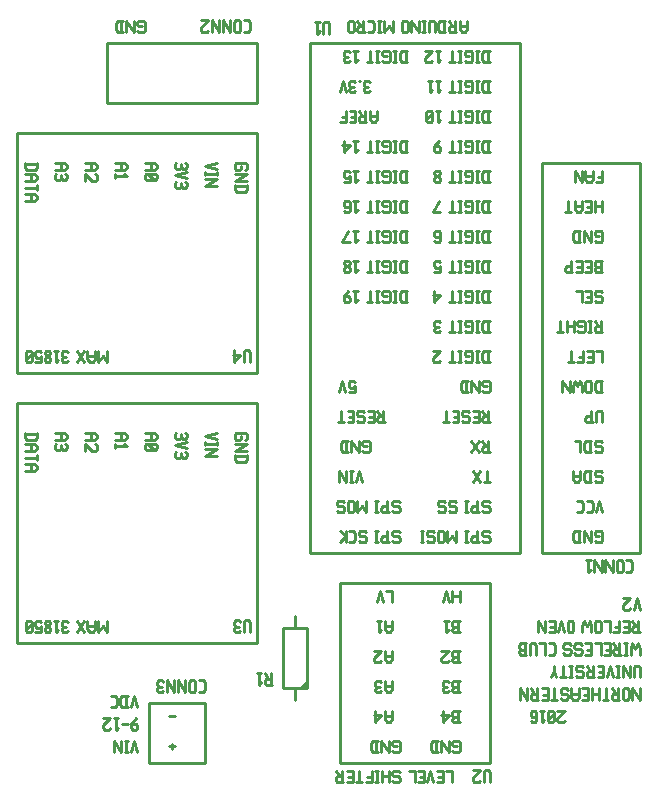
<source format=gbr>
G04 start of page 7 for group -4079 idx -4079 *
G04 Title: Wireless Club Reflow Oven, topsilk *
G04 Creator: pcb 20140316 *
G04 CreationDate: Mon 24 Oct 2016 07:50:18 PM GMT UTC *
G04 For: kevin *
G04 Format: Gerber/RS-274X *
G04 PCB-Dimensions (mil): 2250.00 2650.00 *
G04 PCB-Coordinate-Origin: lower left *
%MOIN*%
%FSLAX25Y25*%
%LNTOPSILK*%
%ADD45C,0.0100*%
G54D45*X133040Y13480D02*X132550Y13970D01*
X133040Y13480D02*X134510D01*
X135000Y13970D02*X134510Y13480D01*
X135000Y16910D02*Y13970D01*
Y16910D02*X134510Y17400D01*
X133040D02*X134510D01*
X133040D02*X132550Y16910D01*
Y15930D01*
X133040Y15440D02*X132550Y15930D01*
X133040Y15440D02*X134020D01*
X131374Y17400D02*Y13480D01*
X128924Y17400D01*
Y13480D01*
X127258Y17400D02*Y13480D01*
X125984D02*X125298Y14166D01*
Y16714D02*Y14166D01*
X125984Y17400D02*X125298Y16714D01*
X125984Y17400D02*X127748D01*
X125984Y13480D02*X127748D01*
X153040D02*X152550Y13970D01*
X153040Y13480D02*X154510D01*
X155000Y13970D02*X154510Y13480D01*
X155000Y16910D02*Y13970D01*
Y16910D02*X154510Y17400D01*
X153040D02*X154510D01*
X153040D02*X152550Y16910D01*
Y15930D01*
X153040Y15440D02*X152550Y15930D01*
X153040Y15440D02*X154020D01*
X151374Y17400D02*Y13480D01*
X148924Y17400D01*
Y13480D01*
X147258Y17400D02*Y13480D01*
X145984D02*X145298Y14166D01*
Y16714D02*Y14166D01*
X145984Y17400D02*X145298Y16714D01*
X145984Y17400D02*X147748D01*
X145984Y13480D02*X147748D01*
X152500Y7400D02*Y3480D01*
X150540Y7400D02*X152500D01*
X147894Y5244D02*X149364D01*
X147404Y7400D02*X149364D01*
Y3480D01*
X147404D02*X149364D01*
X146228D02*X145248Y7400D01*
X144268Y3480D01*
X141622Y5244D02*X143092D01*
X141132Y7400D02*X143092D01*
Y3480D01*
X141132D02*X143092D01*
X139956Y7400D02*Y3480D01*
X137996Y7400D02*X139956D01*
X133096Y3480D02*X132606Y3970D01*
X133096Y3480D02*X134566D01*
X135056Y3970D02*X134566Y3480D01*
X135056Y4950D02*Y3970D01*
Y4950D02*X134566Y5440D01*
X133096D02*X134566D01*
X133096D02*X132606Y5930D01*
Y6910D02*Y5930D01*
X133096Y7400D02*X132606Y6910D01*
X133096Y7400D02*X134566D01*
X135056Y6910D02*X134566Y7400D01*
X131430D02*Y3480D01*
X128980Y7400D02*Y3480D01*
Y5440D02*X131430D01*
X126824Y3480D02*X127804D01*
X127314Y7400D02*Y3480D01*
X126824Y7400D02*X127804D01*
X125648D02*Y3480D01*
X123688D02*X125648D01*
X124178Y5244D02*X125648D01*
X120552Y3480D02*X122512D01*
X121532Y7400D02*Y3480D01*
X117906Y5244D02*X119376D01*
X117416Y7400D02*X119376D01*
Y3480D01*
X117416D02*X119376D01*
X114280D02*X116240D01*
X114280D02*X113790Y3970D01*
Y4950D02*Y3970D01*
X114280Y5440D02*X113790Y4950D01*
X114280Y5440D02*X115750D01*
Y7400D02*Y3480D01*
X114966Y5440D02*X113790Y7400D01*
X132500Y47400D02*Y44460D01*
X131814Y43480D01*
X130736D02*X131814D01*
X130736D02*X130050Y44460D01*
Y47400D02*Y44460D01*
Y45440D02*X132500D01*
X128874Y43970D02*X128384Y43480D01*
X126914D02*X128384D01*
X126914D02*X126424Y43970D01*
Y44950D02*Y43970D01*
X128874Y47400D02*X126424Y44950D01*
Y47400D02*X128874D01*
X153040D02*X155000D01*
X153040D02*X152550Y46910D01*
Y45734D01*
X153040Y45244D02*X152550Y45734D01*
X153040Y45244D02*X154510D01*
Y47400D02*Y43480D01*
X153040D02*X155000D01*
X153040D02*X152550Y43970D01*
Y44754D02*Y43970D01*
X153040Y45244D02*X152550Y44754D01*
X151374Y43970D02*X150884Y43480D01*
X149414D02*X150884D01*
X149414D02*X148924Y43970D01*
Y44950D02*Y43970D01*
X151374Y47400D02*X148924Y44950D01*
Y47400D02*X151374D01*
X215000Y47940D02*Y45980D01*
Y47940D02*X214510Y49900D01*
X213530Y47940D01*
X212550Y49900D01*
X212060Y47940D01*
Y45980D01*
X209904D02*X210884D01*
X210394Y49900D02*Y45980D01*
X209904Y49900D02*X210884D01*
X206768Y45980D02*X208728D01*
X206768D02*X206278Y46470D01*
Y47450D02*Y46470D01*
X206768Y47940D02*X206278Y47450D01*
X206768Y47940D02*X208238D01*
Y49900D02*Y45980D01*
X207454Y47940D02*X206278Y49900D01*
X203632Y47744D02*X205102D01*
X203142Y49900D02*X205102D01*
Y45980D01*
X203142D02*X205102D01*
X201966Y49900D02*Y45980D01*
X200006Y49900D02*X201966D01*
X197360Y47744D02*X198830D01*
X196870Y49900D02*X198830D01*
Y45980D01*
X196870D02*X198830D01*
X193734D02*X193244Y46470D01*
X193734Y45980D02*X195204D01*
X195694Y46470D02*X195204Y45980D01*
X195694Y47450D02*Y46470D01*
Y47450D02*X195204Y47940D01*
X193734D02*X195204D01*
X193734D02*X193244Y48430D01*
Y49410D02*Y48430D01*
X193734Y49900D02*X193244Y49410D01*
X193734Y49900D02*X195204D01*
X195694Y49410D02*X195204Y49900D01*
X190108Y45980D02*X189618Y46470D01*
X190108Y45980D02*X191578D01*
X192068Y46470D02*X191578Y45980D01*
X192068Y47450D02*Y46470D01*
Y47450D02*X191578Y47940D01*
X190108D02*X191578D01*
X190108D02*X189618Y48430D01*
Y49410D02*Y48430D01*
X190108Y49900D02*X189618Y49410D01*
X190108Y49900D02*X191578D01*
X192068Y49410D02*X191578Y49900D01*
X184718D02*X185992D01*
X186678Y49214D02*X185992Y49900D01*
X186678Y49214D02*Y46666D01*
X185992Y45980D01*
X184718D02*X185992D01*
X183542Y49900D02*Y45980D01*
X181582Y49900D02*X183542D01*
X180406Y49410D02*Y45980D01*
Y49410D02*X179916Y49900D01*
X178936D02*X179916D01*
X178936D02*X178446Y49410D01*
Y45980D01*
X175310Y49900D02*X177270D01*
X175310D02*X174820Y49410D01*
Y48234D01*
X175310Y47744D02*X174820Y48234D01*
X175310Y47744D02*X176780D01*
Y49900D02*Y45980D01*
X175310D02*X177270D01*
X175310D02*X174820Y46470D01*
Y47254D02*Y46470D01*
X175310Y47744D02*X174820Y47254D01*
X132500Y57400D02*Y54460D01*
X131814Y53480D01*
X130736D02*X131814D01*
X130736D02*X130050Y54460D01*
Y57400D02*Y54460D01*
Y55440D02*X132500D01*
X128874Y54264D02*X128090Y53480D01*
Y57400D02*Y53480D01*
X127404Y57400D02*X128874D01*
X153040D02*X155000D01*
X153040D02*X152550Y56910D01*
Y55734D01*
X153040Y55244D02*X152550Y55734D01*
X153040Y55244D02*X154510D01*
Y57400D02*Y53480D01*
X153040D02*X155000D01*
X153040D02*X152550Y53970D01*
Y54754D02*Y53970D01*
X153040Y55244D02*X152550Y54754D01*
X151374Y54264D02*X150590Y53480D01*
Y57400D02*Y53480D01*
X149904Y57400D02*X151374D01*
X213040Y53480D02*X215000D01*
X213040D02*X212550Y53970D01*
Y54950D02*Y53970D01*
X213040Y55440D02*X212550Y54950D01*
X213040Y55440D02*X214510D01*
Y57400D02*Y53480D01*
X213726Y55440D02*X212550Y57400D01*
X209904Y55244D02*X211374D01*
X209414Y57400D02*X211374D01*
Y53480D01*
X209414D02*X211374D01*
X208238Y57400D02*Y53480D01*
X206278D02*X208238D01*
X206768Y55244D02*X208238D01*
X205102Y57400D02*Y53480D01*
X203142Y57400D02*X205102D01*
X201966Y56910D02*Y53970D01*
X201476Y53480D01*
X200496D02*X201476D01*
X200496D02*X200006Y53970D01*
Y56910D02*Y53970D01*
X200496Y57400D02*X200006Y56910D01*
X200496Y57400D02*X201476D01*
X201966Y56910D02*X201476Y57400D01*
X198830Y55440D02*Y53480D01*
Y55440D02*X198340Y57400D01*
X197360Y55440D01*
X196380Y57400D01*
X195890Y55440D01*
Y53480D01*
X192950Y56910D02*Y53970D01*
X192460Y53480D01*
X191480D02*X192460D01*
X191480D02*X190990Y53970D01*
Y56910D02*Y53970D01*
X191480Y57400D02*X190990Y56910D01*
X191480Y57400D02*X192460D01*
X192950Y56910D02*X192460Y57400D01*
X189814Y53480D02*X188834Y57400D01*
X187854Y53480D01*
X185208Y55244D02*X186678D01*
X184718Y57400D02*X186678D01*
Y53480D01*
X184718D02*X186678D01*
X183542Y57400D02*Y53480D01*
X181092Y57400D01*
Y53480D01*
X132500Y67400D02*Y63480D01*
X130540Y67400D02*X132500D01*
X129364Y63480D02*X128384Y67400D01*
X127404Y63480D01*
X155000Y67400D02*Y63480D01*
X152550Y67400D02*Y63480D01*
Y65440D02*X155000D01*
X151374Y63480D02*X150394Y67400D01*
X149414Y63480D01*
X215000Y60980D02*X214020Y64900D01*
X213040Y60980D01*
X211864Y61470D02*X211374Y60980D01*
X209904D02*X211374D01*
X209904D02*X209414Y61470D01*
Y62450D02*Y61470D01*
X211864Y64900D02*X209414Y62450D01*
Y64900D02*X211864D01*
X132500Y37400D02*Y34460D01*
X131814Y33480D01*
X130736D02*X131814D01*
X130736D02*X130050Y34460D01*
Y37400D02*Y34460D01*
Y35440D02*X132500D01*
X128874Y33970D02*X128384Y33480D01*
X127404D02*X128384D01*
X127404D02*X126914Y33970D01*
X127404Y37400D02*X126914Y36910D01*
X127404Y37400D02*X128384D01*
X128874Y36910D02*X128384Y37400D01*
X127404Y35244D02*X128384D01*
X126914Y34754D02*Y33970D01*
Y36910D02*Y35734D01*
X127404Y35244D01*
X126914Y34754D02*X127404Y35244D01*
X153040Y37400D02*X155000D01*
X153040D02*X152550Y36910D01*
Y35734D01*
X153040Y35244D02*X152550Y35734D01*
X153040Y35244D02*X154510D01*
Y37400D02*Y33480D01*
X153040D02*X155000D01*
X153040D02*X152550Y33970D01*
Y34754D02*Y33970D01*
X153040Y35244D02*X152550Y34754D01*
X151374Y33970D02*X150884Y33480D01*
X149904D02*X150884D01*
X149904D02*X149414Y33970D01*
X149904Y37400D02*X149414Y36910D01*
X149904Y37400D02*X150884D01*
X151374Y36910D02*X150884Y37400D01*
X149904Y35244D02*X150884D01*
X149414Y34754D02*Y33970D01*
Y36910D02*Y35734D01*
X149904Y35244D01*
X149414Y34754D02*X149904Y35244D01*
X215000Y34900D02*Y30980D01*
X212550Y34900D01*
Y30980D01*
X211374Y34410D02*Y31470D01*
X210884Y30980D01*
X209904D02*X210884D01*
X209904D02*X209414Y31470D01*
Y34410D02*Y31470D01*
X209904Y34900D02*X209414Y34410D01*
X209904Y34900D02*X210884D01*
X211374Y34410D02*X210884Y34900D01*
X206278Y30980D02*X208238D01*
X206278D02*X205788Y31470D01*
Y32450D02*Y31470D01*
X206278Y32940D02*X205788Y32450D01*
X206278Y32940D02*X207748D01*
Y34900D02*Y30980D01*
X206964Y32940D02*X205788Y34900D01*
X202652Y30980D02*X204612D01*
X203632Y34900D02*Y30980D01*
X201476Y34900D02*Y30980D01*
X199026Y34900D02*Y30980D01*
Y32940D02*X201476D01*
X196380Y32744D02*X197850D01*
X195890Y34900D02*X197850D01*
Y30980D01*
X195890D02*X197850D01*
X194714Y34900D02*Y31960D01*
X194028Y30980D01*
X192950D02*X194028D01*
X192950D02*X192264Y31960D01*
Y34900D02*Y31960D01*
Y32940D02*X194714D01*
X189128Y30980D02*X188638Y31470D01*
X189128Y30980D02*X190598D01*
X191088Y31470D02*X190598Y30980D01*
X191088Y32450D02*Y31470D01*
Y32450D02*X190598Y32940D01*
X189128D02*X190598D01*
X189128D02*X188638Y33430D01*
Y34410D02*Y33430D01*
X189128Y34900D02*X188638Y34410D01*
X189128Y34900D02*X190598D01*
X191088Y34410D02*X190598Y34900D01*
X185502Y30980D02*X187462D01*
X186482Y34900D02*Y30980D01*
X182856Y32744D02*X184326D01*
X182366Y34900D02*X184326D01*
Y30980D01*
X182366D02*X184326D01*
X179230D02*X181190D01*
X179230D02*X178740Y31470D01*
Y32450D02*Y31470D01*
X179230Y32940D02*X178740Y32450D01*
X179230Y32940D02*X180700D01*
Y34900D02*Y30980D01*
X179916Y32940D02*X178740Y34900D01*
X177564D02*Y30980D01*
X175114Y34900D01*
Y30980D01*
X215000Y41910D02*Y38480D01*
Y41910D02*X214510Y42400D01*
X213530D02*X214510D01*
X213530D02*X213040Y41910D01*
Y38480D01*
X211864Y42400D02*Y38480D01*
X209414Y42400D01*
Y38480D01*
X207258D02*X208238D01*
X207748Y42400D02*Y38480D01*
X207258Y42400D02*X208238D01*
X206082Y38480D02*X205102Y42400D01*
X204122Y38480D01*
X201476Y40244D02*X202946D01*
X200986Y42400D02*X202946D01*
Y38480D01*
X200986D02*X202946D01*
X197850D02*X199810D01*
X197850D02*X197360Y38970D01*
Y39950D02*Y38970D01*
X197850Y40440D02*X197360Y39950D01*
X197850Y40440D02*X199320D01*
Y42400D02*Y38480D01*
X198536Y40440D02*X197360Y42400D01*
X194224Y38480D02*X193734Y38970D01*
X194224Y38480D02*X195694D01*
X196184Y38970D02*X195694Y38480D01*
X196184Y39950D02*Y38970D01*
Y39950D02*X195694Y40440D01*
X194224D02*X195694D01*
X194224D02*X193734Y40930D01*
Y41910D02*Y40930D01*
X194224Y42400D02*X193734Y41910D01*
X194224Y42400D02*X195694D01*
X196184Y41910D02*X195694Y42400D01*
X191578Y38480D02*X192558D01*
X192068Y42400D02*Y38480D01*
X191578Y42400D02*X192558D01*
X188442Y38480D02*X190402D01*
X189422Y42400D02*Y38480D01*
X187266D02*X186286Y40440D01*
X185306Y38480D01*
X186286Y42400D02*Y40440D01*
X132500Y27400D02*Y24460D01*
X131814Y23480D01*
X130736D02*X131814D01*
X130736D02*X130050Y24460D01*
Y27400D02*Y24460D01*
Y25440D02*X132500D01*
X128874Y25930D02*X126914Y23480D01*
X126424Y25930D02*X128874D01*
X126914Y27400D02*Y23480D01*
X153040Y27400D02*X155000D01*
X153040D02*X152550Y26910D01*
Y25734D01*
X153040Y25244D02*X152550Y25734D01*
X153040Y25244D02*X154510D01*
Y27400D02*Y23480D01*
X153040D02*X155000D01*
X153040D02*X152550Y23970D01*
Y24754D02*Y23970D01*
X153040Y25244D02*X152550Y24754D01*
X151374Y25930D02*X149414Y23480D01*
X148924Y25930D02*X151374D01*
X149414Y27400D02*Y23480D01*
X190000Y23970D02*X189510Y23480D01*
X188040D02*X189510D01*
X188040D02*X187550Y23970D01*
Y24950D02*Y23970D01*
X190000Y27400D02*X187550Y24950D01*
Y27400D02*X190000D01*
X186374Y26910D02*X185884Y27400D01*
X186374Y26910D02*Y23970D01*
X185884Y23480D01*
X184904D02*X185884D01*
X184904D02*X184414Y23970D01*
Y26910D02*Y23970D01*
X184904Y27400D02*X184414Y26910D01*
X184904Y27400D02*X185884D01*
X186374Y26420D02*X184414Y24460D01*
X183238Y24264D02*X182454Y23480D01*
Y27400D02*Y23480D01*
X181768Y27400D02*X183238D01*
X179122Y23480D02*X178632Y23970D01*
X179122Y23480D02*X180102D01*
X180592Y23970D02*X180102Y23480D01*
X180592Y26910D02*Y23970D01*
Y26910D02*X180102Y27400D01*
X179122Y25244D02*X178632Y25734D01*
X179122Y25244D02*X180592D01*
X179122Y27400D02*X180102D01*
X179122D02*X178632Y26910D01*
Y25734D01*
X127500Y227400D02*Y224460D01*
X126814Y223480D01*
X125736D02*X126814D01*
X125736D02*X125050Y224460D01*
Y227400D02*Y224460D01*
Y225440D02*X127500D01*
X121914Y223480D02*X123874D01*
X121914D02*X121424Y223970D01*
Y224950D02*Y223970D01*
X121914Y225440D02*X121424Y224950D01*
X121914Y225440D02*X123384D01*
Y227400D02*Y223480D01*
X122600Y225440D02*X121424Y227400D01*
X118778Y225244D02*X120248D01*
X118288Y227400D02*X120248D01*
Y223480D01*
X118288D02*X120248D01*
X117112Y227400D02*Y223480D01*
X115152D02*X117112D01*
X115642Y225244D02*X117112D01*
X137010Y187400D02*Y183480D01*
X135736D02*X135050Y184166D01*
Y186714D02*Y184166D01*
X135736Y187400D02*X135050Y186714D01*
X135736Y187400D02*X137500D01*
X135736Y183480D02*X137500D01*
X132894D02*X133874D01*
X133384Y187400D02*Y183480D01*
X132894Y187400D02*X133874D01*
X129758Y183480D02*X129268Y183970D01*
X129758Y183480D02*X131228D01*
X131718Y183970D02*X131228Y183480D01*
X131718Y186910D02*Y183970D01*
Y186910D02*X131228Y187400D01*
X129758D02*X131228D01*
X129758D02*X129268Y186910D01*
Y185930D01*
X129758Y185440D02*X129268Y185930D01*
X129758Y185440D02*X130738D01*
X127112Y183480D02*X128092D01*
X127602Y187400D02*Y183480D01*
X127112Y187400D02*X128092D01*
X123976Y183480D02*X125936D01*
X124956Y187400D02*Y183480D01*
X121036Y184264D02*X120252Y183480D01*
Y187400D02*Y183480D01*
X119566Y187400D02*X121036D01*
X117900D02*X115940Y183480D01*
X118390D01*
X164510Y187400D02*Y183480D01*
X163236D02*X162550Y184166D01*
Y186714D02*Y184166D01*
X163236Y187400D02*X162550Y186714D01*
X163236Y187400D02*X165000D01*
X163236Y183480D02*X165000D01*
X160394D02*X161374D01*
X160884Y187400D02*Y183480D01*
X160394Y187400D02*X161374D01*
X157258Y183480D02*X156768Y183970D01*
X157258Y183480D02*X158728D01*
X159218Y183970D02*X158728Y183480D01*
X159218Y186910D02*Y183970D01*
Y186910D02*X158728Y187400D01*
X157258D02*X158728D01*
X157258D02*X156768Y186910D01*
Y185930D01*
X157258Y185440D02*X156768Y185930D01*
X157258Y185440D02*X158238D01*
X154612Y183480D02*X155592D01*
X155102Y187400D02*Y183480D01*
X154612Y187400D02*X155592D01*
X151476Y183480D02*X153436D01*
X152456Y187400D02*Y183480D01*
X147066D02*X146576Y183970D01*
X147066Y183480D02*X148046D01*
X148536Y183970D02*X148046Y183480D01*
X148536Y186910D02*Y183970D01*
Y186910D02*X148046Y187400D01*
X147066Y185244D02*X146576Y185734D01*
X147066Y185244D02*X148536D01*
X147066Y187400D02*X148046D01*
X147066D02*X146576Y186910D01*
Y185734D01*
X164510Y147400D02*Y143480D01*
X163236D02*X162550Y144166D01*
Y146714D02*Y144166D01*
X163236Y147400D02*X162550Y146714D01*
X163236Y147400D02*X165000D01*
X163236Y143480D02*X165000D01*
X160394D02*X161374D01*
X160884Y147400D02*Y143480D01*
X160394Y147400D02*X161374D01*
X157258Y143480D02*X156768Y143970D01*
X157258Y143480D02*X158728D01*
X159218Y143970D02*X158728Y143480D01*
X159218Y146910D02*Y143970D01*
Y146910D02*X158728Y147400D01*
X157258D02*X158728D01*
X157258D02*X156768Y146910D01*
Y145930D01*
X157258Y145440D02*X156768Y145930D01*
X157258Y145440D02*X158238D01*
X154612Y143480D02*X155592D01*
X155102Y147400D02*Y143480D01*
X154612Y147400D02*X155592D01*
X151476Y143480D02*X153436D01*
X152456Y147400D02*Y143480D01*
X148536Y143970D02*X148046Y143480D01*
X146576D02*X148046D01*
X146576D02*X146086Y143970D01*
Y144950D02*Y143970D01*
X148536Y147400D02*X146086Y144950D01*
Y147400D02*X148536D01*
X164510Y157400D02*Y153480D01*
X163236D02*X162550Y154166D01*
Y156714D02*Y154166D01*
X163236Y157400D02*X162550Y156714D01*
X163236Y157400D02*X165000D01*
X163236Y153480D02*X165000D01*
X160394D02*X161374D01*
X160884Y157400D02*Y153480D01*
X160394Y157400D02*X161374D01*
X157258Y153480D02*X156768Y153970D01*
X157258Y153480D02*X158728D01*
X159218Y153970D02*X158728Y153480D01*
X159218Y156910D02*Y153970D01*
Y156910D02*X158728Y157400D01*
X157258D02*X158728D01*
X157258D02*X156768Y156910D01*
Y155930D01*
X157258Y155440D02*X156768Y155930D01*
X157258Y155440D02*X158238D01*
X154612Y153480D02*X155592D01*
X155102Y157400D02*Y153480D01*
X154612Y157400D02*X155592D01*
X151476Y153480D02*X153436D01*
X152456Y157400D02*Y153480D01*
X148536Y153970D02*X148046Y153480D01*
X147066D02*X148046D01*
X147066D02*X146576Y153970D01*
X147066Y157400D02*X146576Y156910D01*
X147066Y157400D02*X148046D01*
X148536Y156910D02*X148046Y157400D01*
X147066Y155244D02*X148046D01*
X146576Y154754D02*Y153970D01*
Y156910D02*Y155734D01*
X147066Y155244D01*
X146576Y154754D02*X147066Y155244D01*
X163040Y133480D02*X162550Y133970D01*
X163040Y133480D02*X164510D01*
X165000Y133970D02*X164510Y133480D01*
X165000Y136910D02*Y133970D01*
Y136910D02*X164510Y137400D01*
X163040D02*X164510D01*
X163040D02*X162550Y136910D01*
Y135930D01*
X163040Y135440D02*X162550Y135930D01*
X163040Y135440D02*X164020D01*
X161374Y137400D02*Y133480D01*
X158924Y137400D01*
Y133480D01*
X157258Y137400D02*Y133480D01*
X155984D02*X155298Y134166D01*
Y136714D02*Y134166D01*
X155984Y137400D02*X155298Y136714D01*
X155984Y137400D02*X157748D01*
X155984Y133480D02*X157748D01*
X137010Y197400D02*Y193480D01*
X135736D02*X135050Y194166D01*
Y196714D02*Y194166D01*
X135736Y197400D02*X135050Y196714D01*
X135736Y197400D02*X137500D01*
X135736Y193480D02*X137500D01*
X132894D02*X133874D01*
X133384Y197400D02*Y193480D01*
X132894Y197400D02*X133874D01*
X129758Y193480D02*X129268Y193970D01*
X129758Y193480D02*X131228D01*
X131718Y193970D02*X131228Y193480D01*
X131718Y196910D02*Y193970D01*
Y196910D02*X131228Y197400D01*
X129758D02*X131228D01*
X129758D02*X129268Y196910D01*
Y195930D01*
X129758Y195440D02*X129268Y195930D01*
X129758Y195440D02*X130738D01*
X127112Y193480D02*X128092D01*
X127602Y197400D02*Y193480D01*
X127112Y197400D02*X128092D01*
X123976Y193480D02*X125936D01*
X124956Y197400D02*Y193480D01*
X121036Y194264D02*X120252Y193480D01*
Y197400D02*Y193480D01*
X119566Y197400D02*X121036D01*
X116920Y193480D02*X116430Y193970D01*
X116920Y193480D02*X117900D01*
X118390Y193970D02*X117900Y193480D01*
X118390Y196910D02*Y193970D01*
Y196910D02*X117900Y197400D01*
X116920Y195244D02*X116430Y195734D01*
X116920Y195244D02*X118390D01*
X116920Y197400D02*X117900D01*
X116920D02*X116430Y196910D01*
Y195734D01*
X137010Y167400D02*Y163480D01*
X135736D02*X135050Y164166D01*
Y166714D02*Y164166D01*
X135736Y167400D02*X135050Y166714D01*
X135736Y167400D02*X137500D01*
X135736Y163480D02*X137500D01*
X132894D02*X133874D01*
X133384Y167400D02*Y163480D01*
X132894Y167400D02*X133874D01*
X129758Y163480D02*X129268Y163970D01*
X129758Y163480D02*X131228D01*
X131718Y163970D02*X131228Y163480D01*
X131718Y166910D02*Y163970D01*
Y166910D02*X131228Y167400D01*
X129758D02*X131228D01*
X129758D02*X129268Y166910D01*
Y165930D01*
X129758Y165440D02*X129268Y165930D01*
X129758Y165440D02*X130738D01*
X127112Y163480D02*X128092D01*
X127602Y167400D02*Y163480D01*
X127112Y167400D02*X128092D01*
X123976Y163480D02*X125936D01*
X124956Y167400D02*Y163480D01*
X121036Y164264D02*X120252Y163480D01*
Y167400D02*Y163480D01*
X119566Y167400D02*X121036D01*
X117900D02*X116430Y165440D01*
Y163970D01*
X116920Y163480D02*X116430Y163970D01*
X116920Y163480D02*X117900D01*
X118390Y163970D02*X117900Y163480D01*
X118390Y164950D02*Y163970D01*
Y164950D02*X117900Y165440D01*
X116430D02*X117900D01*
X164510Y167400D02*Y163480D01*
X163236D02*X162550Y164166D01*
Y166714D02*Y164166D01*
X163236Y167400D02*X162550Y166714D01*
X163236Y167400D02*X165000D01*
X163236Y163480D02*X165000D01*
X160394D02*X161374D01*
X160884Y167400D02*Y163480D01*
X160394Y167400D02*X161374D01*
X157258Y163480D02*X156768Y163970D01*
X157258Y163480D02*X158728D01*
X159218Y163970D02*X158728Y163480D01*
X159218Y166910D02*Y163970D01*
Y166910D02*X158728Y167400D01*
X157258D02*X158728D01*
X157258D02*X156768Y166910D01*
Y165930D01*
X157258Y165440D02*X156768Y165930D01*
X157258Y165440D02*X158238D01*
X154612Y163480D02*X155592D01*
X155102Y167400D02*Y163480D01*
X154612Y167400D02*X155592D01*
X151476Y163480D02*X153436D01*
X152456Y167400D02*Y163480D01*
X148536Y165930D02*X146576Y163480D01*
X146086Y165930D02*X148536D01*
X146576Y167400D02*Y163480D01*
X164510Y177400D02*Y173480D01*
X163236D02*X162550Y174166D01*
Y176714D02*Y174166D01*
X163236Y177400D02*X162550Y176714D01*
X163236Y177400D02*X165000D01*
X163236Y173480D02*X165000D01*
X160394D02*X161374D01*
X160884Y177400D02*Y173480D01*
X160394Y177400D02*X161374D01*
X157258Y173480D02*X156768Y173970D01*
X157258Y173480D02*X158728D01*
X159218Y173970D02*X158728Y173480D01*
X159218Y176910D02*Y173970D01*
Y176910D02*X158728Y177400D01*
X157258D02*X158728D01*
X157258D02*X156768Y176910D01*
Y175930D01*
X157258Y175440D02*X156768Y175930D01*
X157258Y175440D02*X158238D01*
X154612Y173480D02*X155592D01*
X155102Y177400D02*Y173480D01*
X154612Y177400D02*X155592D01*
X151476Y173480D02*X153436D01*
X152456Y177400D02*Y173480D01*
X146576D02*X148536D01*
Y175440D02*Y173480D01*
Y175440D02*X148046Y174950D01*
X147066D02*X148046D01*
X147066D02*X146576Y175440D01*
Y176910D02*Y175440D01*
X147066Y177400D02*X146576Y176910D01*
X147066Y177400D02*X148046D01*
X148536Y176910D02*X148046Y177400D01*
X137010D02*Y173480D01*
X135736D02*X135050Y174166D01*
Y176714D02*Y174166D01*
X135736Y177400D02*X135050Y176714D01*
X135736Y177400D02*X137500D01*
X135736Y173480D02*X137500D01*
X132894D02*X133874D01*
X133384Y177400D02*Y173480D01*
X132894Y177400D02*X133874D01*
X129758Y173480D02*X129268Y173970D01*
X129758Y173480D02*X131228D01*
X131718Y173970D02*X131228Y173480D01*
X131718Y176910D02*Y173970D01*
Y176910D02*X131228Y177400D01*
X129758D02*X131228D01*
X129758D02*X129268Y176910D01*
Y175930D01*
X129758Y175440D02*X129268Y175930D01*
X129758Y175440D02*X130738D01*
X127112Y173480D02*X128092D01*
X127602Y177400D02*Y173480D01*
X127112Y177400D02*X128092D01*
X123976Y173480D02*X125936D01*
X124956Y177400D02*Y173480D01*
X121036Y174264D02*X120252Y173480D01*
Y177400D02*Y173480D01*
X119566Y177400D02*X121036D01*
X118390Y176910D02*X117900Y177400D01*
X118390Y176910D02*Y176126D01*
X117704Y175440D01*
X117116D02*X117704D01*
X117116D02*X116430Y176126D01*
Y176910D02*Y176126D01*
X116920Y177400D02*X116430Y176910D01*
X116920Y177400D02*X117900D01*
X118390Y174754D02*X117704Y175440D01*
X118390Y174754D02*Y173970D01*
X117900Y173480D01*
X116920D02*X117900D01*
X116920D02*X116430Y173970D01*
Y174754D02*Y173970D01*
X117116Y175440D02*X116430Y174754D01*
X122500Y103480D02*X121520Y107400D01*
X120540Y103480D01*
X118384D02*X119364D01*
X118874Y107400D02*Y103480D01*
X118384Y107400D02*X119364D01*
X117208D02*Y103480D01*
X114758Y107400D01*
Y103480D01*
X133040Y93480D02*X132550Y93970D01*
X133040Y93480D02*X134510D01*
X135000Y93970D02*X134510Y93480D01*
X135000Y94950D02*Y93970D01*
Y94950D02*X134510Y95440D01*
X133040D02*X134510D01*
X133040D02*X132550Y95930D01*
Y96910D02*Y95930D01*
X133040Y97400D02*X132550Y96910D01*
X133040Y97400D02*X134510D01*
X135000Y96910D02*X134510Y97400D01*
X130884D02*Y93480D01*
X129414D02*X131374D01*
X129414D02*X128924Y93970D01*
Y94950D02*Y93970D01*
X129414Y95440D02*X128924Y94950D01*
X129414Y95440D02*X130884D01*
X126768Y93480D02*X127748D01*
X127258Y97400D02*Y93480D01*
X126768Y97400D02*X127748D01*
X123828D02*Y93480D01*
X122358Y95440D01*
X120888Y93480D01*
Y97400D02*Y93480D01*
X119712Y96910D02*Y93970D01*
X119222Y93480D01*
X118242D02*X119222D01*
X118242D02*X117752Y93970D01*
Y96910D02*Y93970D01*
X118242Y97400D02*X117752Y96910D01*
X118242Y97400D02*X119222D01*
X119712Y96910D02*X119222Y97400D01*
X114616Y93480D02*X114126Y93970D01*
X114616Y93480D02*X116086D01*
X116576Y93970D02*X116086Y93480D01*
X116576Y94950D02*Y93970D01*
Y94950D02*X116086Y95440D01*
X114616D02*X116086D01*
X114616D02*X114126Y95930D01*
Y96910D02*Y95930D01*
X114616Y97400D02*X114126Y96910D01*
X114616Y97400D02*X116086D01*
X116576Y96910D02*X116086Y97400D01*
X133040Y83480D02*X132550Y83970D01*
X133040Y83480D02*X134510D01*
X135000Y83970D02*X134510Y83480D01*
X135000Y84950D02*Y83970D01*
Y84950D02*X134510Y85440D01*
X133040D02*X134510D01*
X133040D02*X132550Y85930D01*
Y86910D02*Y85930D01*
X133040Y87400D02*X132550Y86910D01*
X133040Y87400D02*X134510D01*
X135000Y86910D02*X134510Y87400D01*
X130884D02*Y83480D01*
X129414D02*X131374D01*
X129414D02*X128924Y83970D01*
Y84950D02*Y83970D01*
X129414Y85440D02*X128924Y84950D01*
X129414Y85440D02*X130884D01*
X126768Y83480D02*X127748D01*
X127258Y87400D02*Y83480D01*
X126768Y87400D02*X127748D01*
X121868Y83480D02*X121378Y83970D01*
X121868Y83480D02*X123338D01*
X123828Y83970D02*X123338Y83480D01*
X123828Y84950D02*Y83970D01*
Y84950D02*X123338Y85440D01*
X121868D02*X123338D01*
X121868D02*X121378Y85930D01*
Y86910D02*Y85930D01*
X121868Y87400D02*X121378Y86910D01*
X121868Y87400D02*X123338D01*
X123828Y86910D02*X123338Y87400D01*
X118242D02*X119516D01*
X120202Y86714D02*X119516Y87400D01*
X120202Y86714D02*Y84166D01*
X119516Y83480D01*
X118242D02*X119516D01*
X117066Y87400D02*Y83480D01*
Y85440D02*X115106Y83480D01*
X117066Y85440D02*X115106Y87400D01*
X118040Y133480D02*X120000D01*
Y135440D02*Y133480D01*
Y135440D02*X119510Y134950D01*
X118530D02*X119510D01*
X118530D02*X118040Y135440D01*
Y136910D02*Y135440D01*
X118530Y137400D02*X118040Y136910D01*
X118530Y137400D02*X119510D01*
X120000Y136910D02*X119510Y137400D01*
X116864Y133480D02*X115884Y137400D01*
X114904Y133480D01*
X128040Y123480D02*X130000D01*
X128040D02*X127550Y123970D01*
Y124950D02*Y123970D01*
X128040Y125440D02*X127550Y124950D01*
X128040Y125440D02*X129510D01*
Y127400D02*Y123480D01*
X128726Y125440D02*X127550Y127400D01*
X124904Y125244D02*X126374D01*
X124414Y127400D02*X126374D01*
Y123480D01*
X124414D02*X126374D01*
X121278D02*X120788Y123970D01*
X121278Y123480D02*X122748D01*
X123238Y123970D02*X122748Y123480D01*
X123238Y124950D02*Y123970D01*
Y124950D02*X122748Y125440D01*
X121278D02*X122748D01*
X121278D02*X120788Y125930D01*
Y126910D02*Y125930D01*
X121278Y127400D02*X120788Y126910D01*
X121278Y127400D02*X122748D01*
X123238Y126910D02*X122748Y127400D01*
X118142Y125244D02*X119612D01*
X117652Y127400D02*X119612D01*
Y123480D01*
X117652D02*X119612D01*
X114516D02*X116476D01*
X115496Y127400D02*Y123480D01*
X123040Y113480D02*X122550Y113970D01*
X123040Y113480D02*X124510D01*
X125000Y113970D02*X124510Y113480D01*
X125000Y116910D02*Y113970D01*
Y116910D02*X124510Y117400D01*
X123040D02*X124510D01*
X123040D02*X122550Y116910D01*
Y115930D01*
X123040Y115440D02*X122550Y115930D01*
X123040Y115440D02*X124020D01*
X121374Y117400D02*Y113480D01*
X118924Y117400D01*
Y113480D01*
X117258Y117400D02*Y113480D01*
X115984D02*X115298Y114166D01*
Y116714D02*Y114166D01*
X115984Y117400D02*X115298Y116714D01*
X115984Y117400D02*X117748D01*
X115984Y113480D02*X117748D01*
X163040Y93480D02*X162550Y93970D01*
X163040Y93480D02*X164510D01*
X165000Y93970D02*X164510Y93480D01*
X165000Y94950D02*Y93970D01*
Y94950D02*X164510Y95440D01*
X163040D02*X164510D01*
X163040D02*X162550Y95930D01*
Y96910D02*Y95930D01*
X163040Y97400D02*X162550Y96910D01*
X163040Y97400D02*X164510D01*
X165000Y96910D02*X164510Y97400D01*
X160884D02*Y93480D01*
X159414D02*X161374D01*
X159414D02*X158924Y93970D01*
Y94950D02*Y93970D01*
X159414Y95440D02*X158924Y94950D01*
X159414Y95440D02*X160884D01*
X156768Y93480D02*X157748D01*
X157258Y97400D02*Y93480D01*
X156768Y97400D02*X157748D01*
X151868Y93480D02*X151378Y93970D01*
X151868Y93480D02*X153338D01*
X153828Y93970D02*X153338Y93480D01*
X153828Y94950D02*Y93970D01*
Y94950D02*X153338Y95440D01*
X151868D02*X153338D01*
X151868D02*X151378Y95930D01*
Y96910D02*Y95930D01*
X151868Y97400D02*X151378Y96910D01*
X151868Y97400D02*X153338D01*
X153828Y96910D02*X153338Y97400D01*
X148242Y93480D02*X147752Y93970D01*
X148242Y93480D02*X149712D01*
X150202Y93970D02*X149712Y93480D01*
X150202Y94950D02*Y93970D01*
Y94950D02*X149712Y95440D01*
X148242D02*X149712D01*
X148242D02*X147752Y95930D01*
Y96910D02*Y95930D01*
X148242Y97400D02*X147752Y96910D01*
X148242Y97400D02*X149712D01*
X150202Y96910D02*X149712Y97400D01*
X163040Y83480D02*X162550Y83970D01*
X163040Y83480D02*X164510D01*
X165000Y83970D02*X164510Y83480D01*
X165000Y84950D02*Y83970D01*
Y84950D02*X164510Y85440D01*
X163040D02*X164510D01*
X163040D02*X162550Y85930D01*
Y86910D02*Y85930D01*
X163040Y87400D02*X162550Y86910D01*
X163040Y87400D02*X164510D01*
X165000Y86910D02*X164510Y87400D01*
X160884D02*Y83480D01*
X159414D02*X161374D01*
X159414D02*X158924Y83970D01*
Y84950D02*Y83970D01*
X159414Y85440D02*X158924Y84950D01*
X159414Y85440D02*X160884D01*
X156768Y83480D02*X157748D01*
X157258Y87400D02*Y83480D01*
X156768Y87400D02*X157748D01*
X153828D02*Y83480D01*
X152358Y85440D01*
X150888Y83480D01*
Y87400D02*Y83480D01*
X149712Y86910D02*Y83970D01*
X149222Y83480D01*
X148242D02*X149222D01*
X148242D02*X147752Y83970D01*
Y86910D02*Y83970D01*
X148242Y87400D02*X147752Y86910D01*
X148242Y87400D02*X149222D01*
X149712Y86910D02*X149222Y87400D01*
X144616Y83480D02*X144126Y83970D01*
X144616Y83480D02*X146086D01*
X146576Y83970D02*X146086Y83480D01*
X146576Y84950D02*Y83970D01*
Y84950D02*X146086Y85440D01*
X144616D02*X146086D01*
X144616D02*X144126Y85930D01*
Y86910D02*Y85930D01*
X144616Y87400D02*X144126Y86910D01*
X144616Y87400D02*X146086D01*
X146576Y86910D02*X146086Y87400D01*
X141970Y83480D02*X142950D01*
X142460Y87400D02*Y83480D01*
X141970Y87400D02*X142950D01*
X163040Y103480D02*X165000D01*
X164020Y107400D02*Y103480D01*
X161864Y107400D02*X159414Y103480D01*
X161864D02*X159414Y107400D01*
X163040Y113480D02*X165000D01*
X163040D02*X162550Y113970D01*
Y114950D02*Y113970D01*
X163040Y115440D02*X162550Y114950D01*
X163040Y115440D02*X164510D01*
Y117400D02*Y113480D01*
X163726Y115440D02*X162550Y117400D01*
X161374D02*X158924Y113480D01*
X161374D02*X158924Y117400D01*
X163040Y123480D02*X165000D01*
X163040D02*X162550Y123970D01*
Y124950D02*Y123970D01*
X163040Y125440D02*X162550Y124950D01*
X163040Y125440D02*X164510D01*
Y127400D02*Y123480D01*
X163726Y125440D02*X162550Y127400D01*
X159904Y125244D02*X161374D01*
X159414Y127400D02*X161374D01*
Y123480D01*
X159414D02*X161374D01*
X156278D02*X155788Y123970D01*
X156278Y123480D02*X157748D01*
X158238Y123970D02*X157748Y123480D01*
X158238Y124950D02*Y123970D01*
Y124950D02*X157748Y125440D01*
X156278D02*X157748D01*
X156278D02*X155788Y125930D01*
Y126910D02*Y125930D01*
X156278Y127400D02*X155788Y126910D01*
X156278Y127400D02*X157748D01*
X158238Y126910D02*X157748Y127400D01*
X153142Y125244D02*X154612D01*
X152652Y127400D02*X154612D01*
Y123480D01*
X152652D02*X154612D01*
X149516D02*X151476D01*
X150496Y127400D02*Y123480D01*
X200540Y83480D02*X200050Y83970D01*
X200540Y83480D02*X202010D01*
X202500Y83970D02*X202010Y83480D01*
X202500Y86910D02*Y83970D01*
Y86910D02*X202010Y87400D01*
X200540D02*X202010D01*
X200540D02*X200050Y86910D01*
Y85930D01*
X200540Y85440D02*X200050Y85930D01*
X200540Y85440D02*X201520D01*
X198874Y87400D02*Y83480D01*
X196424Y87400D01*
Y83480D01*
X194758Y87400D02*Y83480D01*
X193484D02*X192798Y84166D01*
Y86714D02*Y84166D01*
X193484Y87400D02*X192798Y86714D01*
X193484Y87400D02*X195248D01*
X193484Y83480D02*X195248D01*
X202500Y93480D02*X201520Y97400D01*
X200540Y93480D01*
X197404Y97400D02*X198678D01*
X199364Y96714D02*X198678Y97400D01*
X199364Y96714D02*Y94166D01*
X198678Y93480D01*
X197404D02*X198678D01*
X194268Y97400D02*X195542D01*
X196228Y96714D02*X195542Y97400D01*
X196228Y96714D02*Y94166D01*
X195542Y93480D01*
X194268D02*X195542D01*
X200540Y103480D02*X200050Y103970D01*
X200540Y103480D02*X202010D01*
X202500Y103970D02*X202010Y103480D01*
X202500Y104950D02*Y103970D01*
Y104950D02*X202010Y105440D01*
X200540D02*X202010D01*
X200540D02*X200050Y105930D01*
Y106910D02*Y105930D01*
X200540Y107400D02*X200050Y106910D01*
X200540Y107400D02*X202010D01*
X202500Y106910D02*X202010Y107400D01*
X198384D02*Y103480D01*
X197110D02*X196424Y104166D01*
Y106714D02*Y104166D01*
X197110Y107400D02*X196424Y106714D01*
X197110Y107400D02*X198874D01*
X197110Y103480D02*X198874D01*
X195248Y107400D02*Y104460D01*
X194562Y103480D01*
X193484D02*X194562D01*
X193484D02*X192798Y104460D01*
Y107400D02*Y104460D01*
Y105440D02*X195248D01*
X200540Y113480D02*X200050Y113970D01*
X200540Y113480D02*X202010D01*
X202500Y113970D02*X202010Y113480D01*
X202500Y114950D02*Y113970D01*
Y114950D02*X202010Y115440D01*
X200540D02*X202010D01*
X200540D02*X200050Y115930D01*
Y116910D02*Y115930D01*
X200540Y117400D02*X200050Y116910D01*
X200540Y117400D02*X202010D01*
X202500Y116910D02*X202010Y117400D01*
X198384D02*Y113480D01*
X197110D02*X196424Y114166D01*
Y116714D02*Y114166D01*
X197110Y117400D02*X196424Y116714D01*
X197110Y117400D02*X198874D01*
X197110Y113480D02*X198874D01*
X195248Y117400D02*Y113480D01*
X193288Y117400D02*X195248D01*
X202500Y126910D02*Y123480D01*
Y126910D02*X202010Y127400D01*
X201030D02*X202010D01*
X201030D02*X200540Y126910D01*
Y123480D01*
X198874Y127400D02*Y123480D01*
X197404D02*X199364D01*
X197404D02*X196914Y123970D01*
Y124950D02*Y123970D01*
X197404Y125440D02*X196914Y124950D01*
X197404Y125440D02*X198874D01*
X202010Y137400D02*Y133480D01*
X200736D02*X200050Y134166D01*
Y136714D02*Y134166D01*
X200736Y137400D02*X200050Y136714D01*
X200736Y137400D02*X202500D01*
X200736Y133480D02*X202500D01*
X198874Y136910D02*Y133970D01*
X198384Y133480D01*
X197404D02*X198384D01*
X197404D02*X196914Y133970D01*
Y136910D02*Y133970D01*
X197404Y137400D02*X196914Y136910D01*
X197404Y137400D02*X198384D01*
X198874Y136910D02*X198384Y137400D01*
X195738Y135440D02*Y133480D01*
Y135440D02*X195248Y137400D01*
X194268Y135440D01*
X193288Y137400D01*
X192798Y135440D01*
Y133480D01*
X191622Y137400D02*Y133480D01*
X189172Y137400D01*
Y133480D01*
X202500Y147400D02*Y143480D01*
X200540Y147400D02*X202500D01*
X197894Y145244D02*X199364D01*
X197404Y147400D02*X199364D01*
Y143480D01*
X197404D02*X199364D01*
X196228Y147400D02*Y143480D01*
X194268D02*X196228D01*
X194758Y145244D02*X196228D01*
X191132Y143480D02*X193092D01*
X192112Y147400D02*Y143480D01*
X200540Y153480D02*X202500D01*
X200540D02*X200050Y153970D01*
Y154950D02*Y153970D01*
X200540Y155440D02*X200050Y154950D01*
X200540Y155440D02*X202010D01*
Y157400D02*Y153480D01*
X201226Y155440D02*X200050Y157400D01*
X197894Y153480D02*X198874D01*
X198384Y157400D02*Y153480D01*
X197894Y157400D02*X198874D01*
X194758Y153480D02*X194268Y153970D01*
X194758Y153480D02*X196228D01*
X196718Y153970D02*X196228Y153480D01*
X196718Y156910D02*Y153970D01*
Y156910D02*X196228Y157400D01*
X194758D02*X196228D01*
X194758D02*X194268Y156910D01*
Y155930D01*
X194758Y155440D02*X194268Y155930D01*
X194758Y155440D02*X195738D01*
X193092Y157400D02*Y153480D01*
X190642Y157400D02*Y153480D01*
Y155440D02*X193092D01*
X187506Y153480D02*X189466D01*
X188486Y157400D02*Y153480D01*
X200540Y163480D02*X200050Y163970D01*
X200540Y163480D02*X202010D01*
X202500Y163970D02*X202010Y163480D01*
X202500Y164950D02*Y163970D01*
Y164950D02*X202010Y165440D01*
X200540D02*X202010D01*
X200540D02*X200050Y165930D01*
Y166910D02*Y165930D01*
X200540Y167400D02*X200050Y166910D01*
X200540Y167400D02*X202010D01*
X202500Y166910D02*X202010Y167400D01*
X197404Y165244D02*X198874D01*
X196914Y167400D02*X198874D01*
Y163480D01*
X196914D02*X198874D01*
X195738Y167400D02*Y163480D01*
X193778Y167400D02*X195738D01*
X200540Y177400D02*X202500D01*
X200540D02*X200050Y176910D01*
Y175734D01*
X200540Y175244D02*X200050Y175734D01*
X200540Y175244D02*X202010D01*
Y177400D02*Y173480D01*
X200540D02*X202500D01*
X200540D02*X200050Y173970D01*
Y174754D02*Y173970D01*
X200540Y175244D02*X200050Y174754D01*
X197404Y175244D02*X198874D01*
X196914Y177400D02*X198874D01*
Y173480D01*
X196914D02*X198874D01*
X194268Y175244D02*X195738D01*
X193778Y177400D02*X195738D01*
Y173480D01*
X193778D02*X195738D01*
X192112Y177400D02*Y173480D01*
X190642D02*X192602D01*
X190642D02*X190152Y173970D01*
Y174950D02*Y173970D01*
X190642Y175440D02*X190152Y174950D01*
X190642Y175440D02*X192112D01*
X200540Y183480D02*X200050Y183970D01*
X200540Y183480D02*X202010D01*
X202500Y183970D02*X202010Y183480D01*
X202500Y186910D02*Y183970D01*
Y186910D02*X202010Y187400D01*
X200540D02*X202010D01*
X200540D02*X200050Y186910D01*
Y185930D01*
X200540Y185440D02*X200050Y185930D01*
X200540Y185440D02*X201520D01*
X198874Y187400D02*Y183480D01*
X196424Y187400D01*
Y183480D01*
X194758Y187400D02*Y183480D01*
X193484D02*X192798Y184166D01*
Y186714D02*Y184166D01*
X193484Y187400D02*X192798Y186714D01*
X193484Y187400D02*X195248D01*
X193484Y183480D02*X195248D01*
X202500Y197400D02*Y193480D01*
X200050Y197400D02*Y193480D01*
Y195440D02*X202500D01*
X197404Y195244D02*X198874D01*
X196914Y197400D02*X198874D01*
Y193480D01*
X196914D02*X198874D01*
X195738Y197400D02*Y194460D01*
X195052Y193480D01*
X193974D02*X195052D01*
X193974D02*X193288Y194460D01*
Y197400D02*Y194460D01*
Y195440D02*X195738D01*
X190152Y193480D02*X192112D01*
X191132Y197400D02*Y193480D01*
X202500Y207400D02*Y203480D01*
X200540D02*X202500D01*
X201030Y205244D02*X202500D01*
X199364Y207400D02*Y204460D01*
X198678Y203480D01*
X197600D02*X198678D01*
X197600D02*X196914Y204460D01*
Y207400D02*Y204460D01*
Y205440D02*X199364D01*
X195738Y207400D02*Y203480D01*
X193288Y207400D01*
Y203480D01*
X50100Y120000D02*X53040D01*
X54020Y119314D01*
Y118236D01*
X53040Y117550D01*
X50100D02*X53040D01*
X52060Y120000D02*Y117550D01*
X50590Y116374D02*X50100Y115884D01*
X50590Y116374D02*X53530D01*
X54020Y115884D01*
Y114904D01*
X53530Y114414D01*
X50590D02*X53530D01*
X50100Y114904D02*X50590Y114414D01*
X50100Y115884D02*Y114904D01*
X51080Y116374D02*X53040Y114414D01*
X40100Y120000D02*X43040D01*
X44020Y119314D01*
Y118236D01*
X43040Y117550D01*
X40100D02*X43040D01*
X42060Y120000D02*Y117550D01*
X43236Y116374D02*X44020Y115590D01*
X40100D02*X44020D01*
X40100Y116374D02*Y114904D01*
X30100Y120000D02*X33040D01*
X34020Y119314D01*
Y118236D01*
X33040Y117550D01*
X30100D02*X33040D01*
X32060Y120000D02*Y117550D01*
X33530Y116374D02*X34020Y115884D01*
Y114414D01*
X33530Y113924D01*
X32550D02*X33530D01*
X30100Y116374D02*X32550Y113924D01*
X30100Y116374D02*Y113924D01*
X20100Y120000D02*X23040D01*
X24020Y119314D01*
Y118236D01*
X23040Y117550D01*
X20100D02*X23040D01*
X22060Y120000D02*Y117550D01*
X23530Y116374D02*X24020Y115884D01*
Y114904D01*
X23530Y114414D01*
X20100Y114904D02*X20590Y114414D01*
X20100Y115884D02*Y114904D01*
X20590Y116374D02*X20100Y115884D01*
X22256D02*Y114904D01*
X22746Y114414D02*X23530D01*
X20590D02*X21766D01*
X22256Y114904D01*
X22746Y114414D02*X22256Y114904D01*
X37500Y147400D02*Y143480D01*
X36030Y145440D01*
X34560Y143480D01*
Y147400D02*Y143480D01*
X33384Y147400D02*Y144460D01*
X32698Y143480D01*
X31620D02*X32698D01*
X31620D02*X30934Y144460D01*
Y147400D02*Y144460D01*
Y145440D02*X33384D01*
X29758Y147400D02*X27308Y143480D01*
X29758D02*X27308Y147400D01*
X24368Y143970D02*X23878Y143480D01*
X22898D02*X23878D01*
X22898D02*X22408Y143970D01*
X22898Y147400D02*X22408Y146910D01*
X22898Y147400D02*X23878D01*
X24368Y146910D02*X23878Y147400D01*
X22898Y145244D02*X23878D01*
X22408Y144754D02*Y143970D01*
Y146910D02*Y145734D01*
X22898Y145244D01*
X22408Y144754D02*X22898Y145244D01*
X21232Y144264D02*X20448Y143480D01*
Y147400D02*Y143480D01*
X19762Y147400D02*X21232D01*
X18586Y146910D02*X18096Y147400D01*
X18586Y146910D02*Y146126D01*
X17900Y145440D01*
X17312D02*X17900D01*
X17312D02*X16626Y146126D01*
Y146910D02*Y146126D01*
X17116Y147400D02*X16626Y146910D01*
X17116Y147400D02*X18096D01*
X18586Y144754D02*X17900Y145440D01*
X18586Y144754D02*Y143970D01*
X18096Y143480D01*
X17116D02*X18096D01*
X17116D02*X16626Y143970D01*
Y144754D02*Y143970D01*
X17312Y145440D02*X16626Y144754D01*
X13490Y143480D02*X15450D01*
Y145440D02*Y143480D01*
Y145440D02*X14960Y144950D01*
X13980D02*X14960D01*
X13980D02*X13490Y145440D01*
Y146910D02*Y145440D01*
X13980Y147400D02*X13490Y146910D01*
X13980Y147400D02*X14960D01*
X15450Y146910D02*X14960Y147400D01*
X12314Y146910D02*X11824Y147400D01*
X12314Y146910D02*Y143970D01*
X11824Y143480D01*
X10844D02*X11824D01*
X10844D02*X10354Y143970D01*
Y146910D02*Y143970D01*
X10844Y147400D02*X10354Y146910D01*
X10844Y147400D02*X11824D01*
X12314Y146420D02*X10354Y144460D01*
X48040Y253480D02*X47550Y253970D01*
X48040Y253480D02*X49510D01*
X50000Y253970D02*X49510Y253480D01*
X50000Y256910D02*Y253970D01*
Y256910D02*X49510Y257400D01*
X48040D02*X49510D01*
X48040D02*X47550Y256910D01*
Y255930D01*
X48040Y255440D02*X47550Y255930D01*
X48040Y255440D02*X49020D01*
X46374Y257400D02*Y253480D01*
X43924Y257400D01*
Y253480D01*
X42258Y257400D02*Y253480D01*
X40984D02*X40298Y254166D01*
Y256714D02*Y254166D01*
X40984Y257400D02*X40298Y256714D01*
X40984Y257400D02*X42748D01*
X40984Y253480D02*X42748D01*
X10100Y209510D02*X14020D01*
Y208236D02*X13334Y207550D01*
X10786D02*X13334D01*
X10100Y208236D02*X10786Y207550D01*
X10100Y210000D02*Y208236D01*
X14020Y210000D02*Y208236D01*
X10100Y206374D02*X13040D01*
X14020Y205688D01*
Y204610D01*
X13040Y203924D01*
X10100D02*X13040D01*
X12060Y206374D02*Y203924D01*
X14020Y202748D02*Y200788D01*
X10100Y201768D02*X14020D01*
X10100Y199612D02*X13040D01*
X14020Y198926D01*
Y197848D01*
X13040Y197162D01*
X10100D02*X13040D01*
X12060Y199612D02*Y197162D01*
X20100Y210000D02*X23040D01*
X24020Y209314D01*
Y208236D01*
X23040Y207550D01*
X20100D02*X23040D01*
X22060Y210000D02*Y207550D01*
X23530Y206374D02*X24020Y205884D01*
Y204904D01*
X23530Y204414D01*
X20100Y204904D02*X20590Y204414D01*
X20100Y205884D02*Y204904D01*
X20590Y206374D02*X20100Y205884D01*
X22256D02*Y204904D01*
X22746Y204414D02*X23530D01*
X20590D02*X21766D01*
X22256Y204904D01*
X22746Y204414D02*X22256Y204904D01*
X30100Y210000D02*X33040D01*
X34020Y209314D01*
Y208236D01*
X33040Y207550D01*
X30100D02*X33040D01*
X32060Y210000D02*Y207550D01*
X33530Y206374D02*X34020Y205884D01*
Y204414D01*
X33530Y203924D01*
X32550D02*X33530D01*
X30100Y206374D02*X32550Y203924D01*
X30100Y206374D02*Y203924D01*
X40100Y210000D02*X43040D01*
X44020Y209314D01*
Y208236D01*
X43040Y207550D01*
X40100D02*X43040D01*
X42060Y210000D02*Y207550D01*
X43236Y206374D02*X44020Y205590D01*
X40100D02*X44020D01*
X40100Y206374D02*Y204904D01*
X50100Y210000D02*X53040D01*
X54020Y209314D01*
Y208236D01*
X53040Y207550D01*
X50100D02*X53040D01*
X52060Y210000D02*Y207550D01*
X50590Y206374D02*X50100Y205884D01*
X50590Y206374D02*X53530D01*
X54020Y205884D01*
Y204904D01*
X53530Y204414D01*
X50590D02*X53530D01*
X50100Y204904D02*X50590Y204414D01*
X50100Y205884D02*Y204904D01*
X51080Y206374D02*X53040Y204414D01*
X63530Y210000D02*X64020Y209510D01*
Y208530D01*
X63530Y208040D01*
X60100Y208530D02*X60590Y208040D01*
X60100Y209510D02*Y208530D01*
X60590Y210000D02*X60100Y209510D01*
X62256D02*Y208530D01*
X62746Y208040D02*X63530D01*
X60590D02*X61766D01*
X62256Y208530D01*
X62746Y208040D02*X62256Y208530D01*
X64020Y206864D02*X60100Y205884D01*
X64020Y204904D01*
X63530Y203728D02*X64020Y203238D01*
Y202258D01*
X63530Y201768D01*
X60100Y202258D02*X60590Y201768D01*
X60100Y203238D02*Y202258D01*
X60590Y203728D02*X60100Y203238D01*
X62256D02*Y202258D01*
X62746Y201768D02*X63530D01*
X60590D02*X61766D01*
X62256Y202258D01*
X62746Y201768D02*X62256Y202258D01*
X74020Y210000D02*X70100Y209020D01*
X74020Y208040D01*
Y206864D02*Y205884D01*
X70100Y206374D02*X74020D01*
X70100Y206864D02*Y205884D01*
Y204708D02*X74020D01*
X70100Y202258D01*
X74020D01*
X84020Y208040D02*X83530Y207550D01*
X84020Y209510D02*Y208040D01*
X83530Y210000D02*X84020Y209510D01*
X80590Y210000D02*X83530D01*
X80590D02*X80100Y209510D01*
Y208040D01*
X80590Y207550D01*
X81570D01*
X82060Y208040D02*X81570Y207550D01*
X82060Y209020D02*Y208040D01*
X80100Y206374D02*X84020D01*
X80100Y203924D01*
X84020D01*
X80100Y202258D02*X84020D01*
Y200984D02*X83334Y200298D01*
X80786D02*X83334D01*
X80100Y200984D02*X80786Y200298D01*
X80100Y202748D02*Y200984D01*
X84020Y202748D02*Y200984D01*
Y118040D02*X83530Y117550D01*
X84020Y119510D02*Y118040D01*
X83530Y120000D02*X84020Y119510D01*
X80590Y120000D02*X83530D01*
X80590D02*X80100Y119510D01*
Y118040D01*
X80590Y117550D01*
X81570D01*
X82060Y118040D02*X81570Y117550D01*
X82060Y119020D02*Y118040D01*
X80100Y116374D02*X84020D01*
X80100Y113924D01*
X84020D01*
X80100Y112258D02*X84020D01*
Y110984D02*X83334Y110298D01*
X80786D02*X83334D01*
X80100Y110984D02*X80786Y110298D01*
X80100Y112748D02*Y110984D01*
X84020Y112748D02*Y110984D01*
X74020Y120000D02*X70100Y119020D01*
X74020Y118040D01*
Y116864D02*Y115884D01*
X70100Y116374D02*X74020D01*
X70100Y116864D02*Y115884D01*
Y114708D02*X74020D01*
X70100Y112258D01*
X74020D01*
X63530Y120000D02*X64020Y119510D01*
Y118530D01*
X63530Y118040D01*
X60100Y118530D02*X60590Y118040D01*
X60100Y119510D02*Y118530D01*
X60590Y120000D02*X60100Y119510D01*
X62256D02*Y118530D01*
X62746Y118040D02*X63530D01*
X60590D02*X61766D01*
X62256Y118530D01*
X62746Y118040D02*X62256Y118530D01*
X64020Y116864D02*X60100Y115884D01*
X64020Y114904D01*
X63530Y113728D02*X64020Y113238D01*
Y112258D01*
X63530Y111768D01*
X60100Y112258D02*X60590Y111768D01*
X60100Y113238D02*Y112258D01*
X60590Y113728D02*X60100Y113238D01*
X62256D02*Y112258D01*
X62746Y111768D02*X63530D01*
X60590D02*X61766D01*
X62256Y112258D01*
X62746Y111768D02*X62256Y112258D01*
X137010Y207400D02*Y203480D01*
X135736D02*X135050Y204166D01*
Y206714D02*Y204166D01*
X135736Y207400D02*X135050Y206714D01*
X135736Y207400D02*X137500D01*
X135736Y203480D02*X137500D01*
X132894D02*X133874D01*
X133384Y207400D02*Y203480D01*
X132894Y207400D02*X133874D01*
X129758Y203480D02*X129268Y203970D01*
X129758Y203480D02*X131228D01*
X131718Y203970D02*X131228Y203480D01*
X131718Y206910D02*Y203970D01*
Y206910D02*X131228Y207400D01*
X129758D02*X131228D01*
X129758D02*X129268Y206910D01*
Y205930D01*
X129758Y205440D02*X129268Y205930D01*
X129758Y205440D02*X130738D01*
X127112Y203480D02*X128092D01*
X127602Y207400D02*Y203480D01*
X127112Y207400D02*X128092D01*
X123976Y203480D02*X125936D01*
X124956Y207400D02*Y203480D01*
X121036Y204264D02*X120252Y203480D01*
Y207400D02*Y203480D01*
X119566Y207400D02*X121036D01*
X116430Y203480D02*X118390D01*
Y205440D02*Y203480D01*
Y205440D02*X117900Y204950D01*
X116920D02*X117900D01*
X116920D02*X116430Y205440D01*
Y206910D02*Y205440D01*
X116920Y207400D02*X116430Y206910D01*
X116920Y207400D02*X117900D01*
X118390Y206910D02*X117900Y207400D01*
X164510Y197400D02*Y193480D01*
X163236D02*X162550Y194166D01*
Y196714D02*Y194166D01*
X163236Y197400D02*X162550Y196714D01*
X163236Y197400D02*X165000D01*
X163236Y193480D02*X165000D01*
X160394D02*X161374D01*
X160884Y197400D02*Y193480D01*
X160394Y197400D02*X161374D01*
X157258Y193480D02*X156768Y193970D01*
X157258Y193480D02*X158728D01*
X159218Y193970D02*X158728Y193480D01*
X159218Y196910D02*Y193970D01*
Y196910D02*X158728Y197400D01*
X157258D02*X158728D01*
X157258D02*X156768Y196910D01*
Y195930D01*
X157258Y195440D02*X156768Y195930D01*
X157258Y195440D02*X158238D01*
X154612Y193480D02*X155592D01*
X155102Y197400D02*Y193480D01*
X154612Y197400D02*X155592D01*
X151476Y193480D02*X153436D01*
X152456Y197400D02*Y193480D01*
X148046Y197400D02*X146086Y193480D01*
X148536D01*
X164510Y207400D02*Y203480D01*
X163236D02*X162550Y204166D01*
Y206714D02*Y204166D01*
X163236Y207400D02*X162550Y206714D01*
X163236Y207400D02*X165000D01*
X163236Y203480D02*X165000D01*
X160394D02*X161374D01*
X160884Y207400D02*Y203480D01*
X160394Y207400D02*X161374D01*
X157258Y203480D02*X156768Y203970D01*
X157258Y203480D02*X158728D01*
X159218Y203970D02*X158728Y203480D01*
X159218Y206910D02*Y203970D01*
Y206910D02*X158728Y207400D01*
X157258D02*X158728D01*
X157258D02*X156768Y206910D01*
Y205930D01*
X157258Y205440D02*X156768Y205930D01*
X157258Y205440D02*X158238D01*
X154612Y203480D02*X155592D01*
X155102Y207400D02*Y203480D01*
X154612Y207400D02*X155592D01*
X151476Y203480D02*X153436D01*
X152456Y207400D02*Y203480D01*
X148536Y206910D02*X148046Y207400D01*
X148536Y206910D02*Y206126D01*
X147850Y205440D01*
X147262D02*X147850D01*
X147262D02*X146576Y206126D01*
Y206910D02*Y206126D01*
X147066Y207400D02*X146576Y206910D01*
X147066Y207400D02*X148046D01*
X148536Y204754D02*X147850Y205440D01*
X148536Y204754D02*Y203970D01*
X148046Y203480D01*
X147066D02*X148046D01*
X147066D02*X146576Y203970D01*
Y204754D02*Y203970D01*
X147262Y205440D02*X146576Y204754D01*
X137010Y247400D02*Y243480D01*
X135736D02*X135050Y244166D01*
Y246714D02*Y244166D01*
X135736Y247400D02*X135050Y246714D01*
X135736Y247400D02*X137500D01*
X135736Y243480D02*X137500D01*
X132894D02*X133874D01*
X133384Y247400D02*Y243480D01*
X132894Y247400D02*X133874D01*
X129758Y243480D02*X129268Y243970D01*
X129758Y243480D02*X131228D01*
X131718Y243970D02*X131228Y243480D01*
X131718Y246910D02*Y243970D01*
Y246910D02*X131228Y247400D01*
X129758D02*X131228D01*
X129758D02*X129268Y246910D01*
Y245930D01*
X129758Y245440D02*X129268Y245930D01*
X129758Y245440D02*X130738D01*
X127112Y243480D02*X128092D01*
X127602Y247400D02*Y243480D01*
X127112Y247400D02*X128092D01*
X123976Y243480D02*X125936D01*
X124956Y247400D02*Y243480D01*
X121036Y244264D02*X120252Y243480D01*
Y247400D02*Y243480D01*
X119566Y247400D02*X121036D01*
X118390Y243970D02*X117900Y243480D01*
X116920D02*X117900D01*
X116920D02*X116430Y243970D01*
X116920Y247400D02*X116430Y246910D01*
X116920Y247400D02*X117900D01*
X118390Y246910D02*X117900Y247400D01*
X116920Y245244D02*X117900D01*
X116430Y244754D02*Y243970D01*
Y246910D02*Y245734D01*
X116920Y245244D01*
X116430Y244754D02*X116920Y245244D01*
X125000Y233970D02*X124510Y233480D01*
X123530D02*X124510D01*
X123530D02*X123040Y233970D01*
X123530Y237400D02*X123040Y236910D01*
X123530Y237400D02*X124510D01*
X125000Y236910D02*X124510Y237400D01*
X123530Y235244D02*X124510D01*
X123040Y234754D02*Y233970D01*
Y236910D02*Y235734D01*
X123530Y235244D01*
X123040Y234754D02*X123530Y235244D01*
X121374Y237400D02*X121864D01*
X120198Y233970D02*X119708Y233480D01*
X118728D02*X119708D01*
X118728D02*X118238Y233970D01*
X118728Y237400D02*X118238Y236910D01*
X118728Y237400D02*X119708D01*
X120198Y236910D02*X119708Y237400D01*
X118728Y235244D02*X119708D01*
X118238Y234754D02*Y233970D01*
Y236910D02*Y235734D01*
X118728Y235244D01*
X118238Y234754D02*X118728Y235244D01*
X117062Y233480D02*X116082Y237400D01*
X115102Y233480D01*
X164510Y227400D02*Y223480D01*
X163236D02*X162550Y224166D01*
Y226714D02*Y224166D01*
X163236Y227400D02*X162550Y226714D01*
X163236Y227400D02*X165000D01*
X163236Y223480D02*X165000D01*
X160394D02*X161374D01*
X160884Y227400D02*Y223480D01*
X160394Y227400D02*X161374D01*
X157258Y223480D02*X156768Y223970D01*
X157258Y223480D02*X158728D01*
X159218Y223970D02*X158728Y223480D01*
X159218Y226910D02*Y223970D01*
Y226910D02*X158728Y227400D01*
X157258D02*X158728D01*
X157258D02*X156768Y226910D01*
Y225930D01*
X157258Y225440D02*X156768Y225930D01*
X157258Y225440D02*X158238D01*
X154612Y223480D02*X155592D01*
X155102Y227400D02*Y223480D01*
X154612Y227400D02*X155592D01*
X151476Y223480D02*X153436D01*
X152456Y227400D02*Y223480D01*
X148536Y224264D02*X147752Y223480D01*
Y227400D02*Y223480D01*
X147066Y227400D02*X148536D01*
X145890Y226910D02*X145400Y227400D01*
X145890Y226910D02*Y223970D01*
X145400Y223480D01*
X144420D02*X145400D01*
X144420D02*X143930Y223970D01*
Y226910D02*Y223970D01*
X144420Y227400D02*X143930Y226910D01*
X144420Y227400D02*X145400D01*
X145890Y226420D02*X143930Y224460D01*
X164510Y237400D02*Y233480D01*
X163236D02*X162550Y234166D01*
Y236714D02*Y234166D01*
X163236Y237400D02*X162550Y236714D01*
X163236Y237400D02*X165000D01*
X163236Y233480D02*X165000D01*
X160394D02*X161374D01*
X160884Y237400D02*Y233480D01*
X160394Y237400D02*X161374D01*
X157258Y233480D02*X156768Y233970D01*
X157258Y233480D02*X158728D01*
X159218Y233970D02*X158728Y233480D01*
X159218Y236910D02*Y233970D01*
Y236910D02*X158728Y237400D01*
X157258D02*X158728D01*
X157258D02*X156768Y236910D01*
Y235930D01*
X157258Y235440D02*X156768Y235930D01*
X157258Y235440D02*X158238D01*
X154612Y233480D02*X155592D01*
X155102Y237400D02*Y233480D01*
X154612Y237400D02*X155592D01*
X151476Y233480D02*X153436D01*
X152456Y237400D02*Y233480D01*
X148536Y234264D02*X147752Y233480D01*
Y237400D02*Y233480D01*
X147066Y237400D02*X148536D01*
X145890Y234264D02*X145106Y233480D01*
Y237400D02*Y233480D01*
X144420Y237400D02*X145890D01*
X164510Y217400D02*Y213480D01*
X163236D02*X162550Y214166D01*
Y216714D02*Y214166D01*
X163236Y217400D02*X162550Y216714D01*
X163236Y217400D02*X165000D01*
X163236Y213480D02*X165000D01*
X160394D02*X161374D01*
X160884Y217400D02*Y213480D01*
X160394Y217400D02*X161374D01*
X157258Y213480D02*X156768Y213970D01*
X157258Y213480D02*X158728D01*
X159218Y213970D02*X158728Y213480D01*
X159218Y216910D02*Y213970D01*
Y216910D02*X158728Y217400D01*
X157258D02*X158728D01*
X157258D02*X156768Y216910D01*
Y215930D01*
X157258Y215440D02*X156768Y215930D01*
X157258Y215440D02*X158238D01*
X154612Y213480D02*X155592D01*
X155102Y217400D02*Y213480D01*
X154612Y217400D02*X155592D01*
X151476Y213480D02*X153436D01*
X152456Y217400D02*Y213480D01*
X148046Y217400D02*X146576Y215440D01*
Y213970D01*
X147066Y213480D02*X146576Y213970D01*
X147066Y213480D02*X148046D01*
X148536Y213970D02*X148046Y213480D01*
X148536Y214950D02*Y213970D01*
Y214950D02*X148046Y215440D01*
X146576D02*X148046D01*
X137010Y217400D02*Y213480D01*
X135736D02*X135050Y214166D01*
Y216714D02*Y214166D01*
X135736Y217400D02*X135050Y216714D01*
X135736Y217400D02*X137500D01*
X135736Y213480D02*X137500D01*
X132894D02*X133874D01*
X133384Y217400D02*Y213480D01*
X132894Y217400D02*X133874D01*
X129758Y213480D02*X129268Y213970D01*
X129758Y213480D02*X131228D01*
X131718Y213970D02*X131228Y213480D01*
X131718Y216910D02*Y213970D01*
Y216910D02*X131228Y217400D01*
X129758D02*X131228D01*
X129758D02*X129268Y216910D01*
Y215930D01*
X129758Y215440D02*X129268Y215930D01*
X129758Y215440D02*X130738D01*
X127112Y213480D02*X128092D01*
X127602Y217400D02*Y213480D01*
X127112Y217400D02*X128092D01*
X123976Y213480D02*X125936D01*
X124956Y217400D02*Y213480D01*
X121036Y214264D02*X120252Y213480D01*
Y217400D02*Y213480D01*
X119566Y217400D02*X121036D01*
X118390Y215930D02*X116430Y213480D01*
X115940Y215930D02*X118390D01*
X116430Y217400D02*Y213480D01*
X164510Y247400D02*Y243480D01*
X163236D02*X162550Y244166D01*
Y246714D02*Y244166D01*
X163236Y247400D02*X162550Y246714D01*
X163236Y247400D02*X165000D01*
X163236Y243480D02*X165000D01*
X160394D02*X161374D01*
X160884Y247400D02*Y243480D01*
X160394Y247400D02*X161374D01*
X157258Y243480D02*X156768Y243970D01*
X157258Y243480D02*X158728D01*
X159218Y243970D02*X158728Y243480D01*
X159218Y246910D02*Y243970D01*
Y246910D02*X158728Y247400D01*
X157258D02*X158728D01*
X157258D02*X156768Y246910D01*
Y245930D01*
X157258Y245440D02*X156768Y245930D01*
X157258Y245440D02*X158238D01*
X154612Y243480D02*X155592D01*
X155102Y247400D02*Y243480D01*
X154612Y247400D02*X155592D01*
X151476Y243480D02*X153436D01*
X152456Y247400D02*Y243480D01*
X148536Y244264D02*X147752Y243480D01*
Y247400D02*Y243480D01*
X147066Y247400D02*X148536D01*
X145890Y243970D02*X145400Y243480D01*
X143930D02*X145400D01*
X143930D02*X143440Y243970D01*
Y244950D02*Y243970D01*
X145890Y247400D02*X143440Y244950D01*
Y247400D02*X145890D01*
X157500Y257400D02*Y254460D01*
X156814Y253480D01*
X155736D02*X156814D01*
X155736D02*X155050Y254460D01*
Y257400D02*Y254460D01*
Y255440D02*X157500D01*
X151914Y253480D02*X153874D01*
X151914D02*X151424Y253970D01*
Y254950D02*Y253970D01*
X151914Y255440D02*X151424Y254950D01*
X151914Y255440D02*X153384D01*
Y257400D02*Y253480D01*
X152600Y255440D02*X151424Y257400D01*
X149758D02*Y253480D01*
X148484D02*X147798Y254166D01*
Y256714D02*Y254166D01*
X148484Y257400D02*X147798Y256714D01*
X148484Y257400D02*X150248D01*
X148484Y253480D02*X150248D01*
X146622Y256910D02*Y253480D01*
Y256910D02*X146132Y257400D01*
X145152D02*X146132D01*
X145152D02*X144662Y256910D01*
Y253480D01*
X142506D02*X143486D01*
X142996Y257400D02*Y253480D01*
X142506Y257400D02*X143486D01*
X141330D02*Y253480D01*
X138880Y257400D01*
Y253480D01*
X137704Y256910D02*Y253970D01*
X137214Y253480D01*
X136234D02*X137214D01*
X136234D02*X135744Y253970D01*
Y256910D02*Y253970D01*
X136234Y257400D02*X135744Y256910D01*
X136234Y257400D02*X137214D01*
X137704Y256910D02*X137214Y257400D01*
X132804D02*Y253480D01*
X131334Y255440D01*
X129864Y253480D01*
Y257400D02*Y253480D01*
X127708D02*X128688D01*
X128198Y257400D02*Y253480D01*
X127708Y257400D02*X128688D01*
X124572D02*X125846D01*
X126532Y256714D02*X125846Y257400D01*
X126532Y256714D02*Y254166D01*
X125846Y253480D01*
X124572D02*X125846D01*
X121436D02*X123396D01*
X121436D02*X120946Y253970D01*
Y254950D02*Y253970D01*
X121436Y255440D02*X120946Y254950D01*
X121436Y255440D02*X122906D01*
Y257400D02*Y253480D01*
X122122Y255440D02*X120946Y257400D01*
X119770Y256910D02*Y253970D01*
X119280Y253480D01*
X118300D02*X119280D01*
X118300D02*X117810Y253970D01*
Y256910D02*Y253970D01*
X118300Y257400D02*X117810Y256910D01*
X118300Y257400D02*X119280D01*
X119770Y256910D02*X119280Y257400D01*
X58040Y15440D02*X60000D01*
X59020Y16420D02*Y14460D01*
X58040Y25440D02*X60000D01*
X47500Y13480D02*X46520Y17400D01*
X45540Y13480D01*
X43384D02*X44364D01*
X43874Y17400D02*Y13480D01*
X43384Y17400D02*X44364D01*
X42208D02*Y13480D01*
X39758Y17400D01*
Y13480D01*
X47010Y24900D02*X45540Y22940D01*
Y21470D01*
X46030Y20980D02*X45540Y21470D01*
X46030Y20980D02*X47010D01*
X47500Y21470D02*X47010Y20980D01*
X47500Y22450D02*Y21470D01*
Y22450D02*X47010Y22940D01*
X45540D02*X47010D01*
X42404D02*X44364D01*
X41228Y21764D02*X40444Y20980D01*
Y24900D02*Y20980D01*
X39758Y24900D02*X41228D01*
X38582Y21470D02*X38092Y20980D01*
X36622D02*X38092D01*
X36622D02*X36132Y21470D01*
Y22450D02*Y21470D01*
X38582Y24900D02*X36132Y22450D01*
Y24900D02*X38582D01*
X47500Y28480D02*X46520Y32400D01*
X45540Y28480D01*
X43874Y32400D02*Y28480D01*
X42600D02*X41914Y29166D01*
Y31714D02*Y29166D01*
X42600Y32400D02*X41914Y31714D01*
X42600Y32400D02*X44364D01*
X42600Y28480D02*X44364D01*
X38778Y32400D02*X40052D01*
X40738Y31714D02*X40052Y32400D01*
X40738Y31714D02*Y29166D01*
X40052Y28480D01*
X38778D02*X40052D01*
X10100Y119510D02*X14020D01*
Y118236D02*X13334Y117550D01*
X10786D02*X13334D01*
X10100Y118236D02*X10786Y117550D01*
X10100Y120000D02*Y118236D01*
X14020Y120000D02*Y118236D01*
X10100Y116374D02*X13040D01*
X14020Y115688D01*
Y114610D01*
X13040Y113924D01*
X10100D02*X13040D01*
X12060Y116374D02*Y113924D01*
X14020Y112748D02*Y110788D01*
X10100Y111768D02*X14020D01*
X10100Y109612D02*X13040D01*
X14020Y108926D01*
Y107848D01*
X13040Y107162D01*
X10100D02*X13040D01*
X12060Y109612D02*Y107162D01*
X37500Y57400D02*Y53480D01*
X36030Y55440D01*
X34560Y53480D01*
Y57400D02*Y53480D01*
X33384Y57400D02*Y54460D01*
X32698Y53480D01*
X31620D02*X32698D01*
X31620D02*X30934Y54460D01*
Y57400D02*Y54460D01*
Y55440D02*X33384D01*
X29758Y57400D02*X27308Y53480D01*
X29758D02*X27308Y57400D01*
X24368Y53970D02*X23878Y53480D01*
X22898D02*X23878D01*
X22898D02*X22408Y53970D01*
X22898Y57400D02*X22408Y56910D01*
X22898Y57400D02*X23878D01*
X24368Y56910D02*X23878Y57400D01*
X22898Y55244D02*X23878D01*
X22408Y54754D02*Y53970D01*
Y56910D02*Y55734D01*
X22898Y55244D01*
X22408Y54754D02*X22898Y55244D01*
X21232Y54264D02*X20448Y53480D01*
Y57400D02*Y53480D01*
X19762Y57400D02*X21232D01*
X18586Y56910D02*X18096Y57400D01*
X18586Y56910D02*Y56126D01*
X17900Y55440D01*
X17312D02*X17900D01*
X17312D02*X16626Y56126D01*
Y56910D02*Y56126D01*
X17116Y57400D02*X16626Y56910D01*
X17116Y57400D02*X18096D01*
X18586Y54754D02*X17900Y55440D01*
X18586Y54754D02*Y53970D01*
X18096Y53480D01*
X17116D02*X18096D01*
X17116D02*X16626Y53970D01*
Y54754D02*Y53970D01*
X17312Y55440D02*X16626Y54754D01*
X13490Y53480D02*X15450D01*
Y55440D02*Y53480D01*
Y55440D02*X14960Y54950D01*
X13980D02*X14960D01*
X13980D02*X13490Y55440D01*
Y56910D02*Y55440D01*
X13980Y57400D02*X13490Y56910D01*
X13980Y57400D02*X14960D01*
X15450Y56910D02*X14960Y57400D01*
X12314Y56910D02*X11824Y57400D01*
X12314Y56910D02*Y53970D01*
X11824Y53480D01*
X10844D02*X11824D01*
X10844D02*X10354Y53970D01*
Y56910D02*Y53970D01*
X10844Y57400D02*X10354Y56910D01*
X10844Y57400D02*X11824D01*
X12314Y56420D02*X10354Y54460D01*
X102000Y35000D02*X104000Y37000D01*
X100000Y55000D02*Y59000D01*
X104000Y55000D02*Y35000D01*
X96000Y55000D02*X104000D01*
X96000Y35000D02*Y55000D01*
X104000Y35000D02*X96000D01*
X100000Y30905D02*Y34842D01*
X37500Y230000D02*X87500D01*
X37500Y250000D02*Y230000D01*
Y250000D02*X87500D01*
Y230000D01*
X105000Y250000D02*X175000D01*
X105000D02*Y80000D01*
X175000Y250000D02*Y80000D01*
X105000D02*X175000D01*
X165000Y70000D02*Y10000D01*
X115000D01*
Y70000D02*X165000D01*
X115000Y10000D02*Y70000D01*
X215000Y210000D02*Y80000D01*
X182500Y210000D02*X215000D01*
X182500D02*Y80000D01*
X215000D01*
X51500Y30000D02*Y10000D01*
X70000D01*
Y30000D02*Y10000D01*
X51500Y30000D02*X70000D01*
X7500Y50000D02*X87500D01*
X7500Y130000D02*Y50000D01*
Y130000D02*X87500D01*
Y50000D01*
X7500Y140000D02*X87500D01*
X7500Y220000D02*Y140000D01*
Y220000D02*X87500D01*
Y140000D01*
X111500Y256500D02*Y253000D01*
Y256500D02*X111000Y257000D01*
X110000D02*X111000D01*
X110000D02*X109500Y256500D01*
Y253000D01*
X108300Y253800D02*X107500Y253000D01*
Y257000D02*Y253000D01*
X106800Y257000D02*X108300D01*
X210500Y77500D02*X211800D01*
X212500Y76800D02*X211800Y77500D01*
X212500Y76800D02*Y74200D01*
X211800Y73500D01*
X210500D02*X211800D01*
X209300Y77000D02*Y74000D01*
X208800Y73500D01*
X207800D02*X208800D01*
X207800D02*X207300Y74000D01*
Y77000D02*Y74000D01*
X207800Y77500D02*X207300Y77000D01*
X207800Y77500D02*X208800D01*
X209300Y77000D02*X208800Y77500D01*
X206100D02*Y73500D01*
X203600Y77500D01*
Y73500D01*
X202400Y77500D02*Y73500D01*
X199900Y77500D01*
Y73500D01*
X198700Y74300D02*X197900Y73500D01*
Y77500D02*Y73500D01*
X197200Y77500D02*X198700D01*
X83000Y257500D02*X84300D01*
X85000Y256800D02*X84300Y257500D01*
X85000Y256800D02*Y254200D01*
X84300Y253500D01*
X83000D02*X84300D01*
X81800Y257000D02*Y254000D01*
X81300Y253500D01*
X80300D02*X81300D01*
X80300D02*X79800Y254000D01*
Y257000D02*Y254000D01*
X80300Y257500D02*X79800Y257000D01*
X80300Y257500D02*X81300D01*
X81800Y257000D02*X81300Y257500D01*
X78600D02*Y253500D01*
X76100Y257500D01*
Y253500D01*
X74900Y257500D02*Y253500D01*
X72400Y257500D01*
Y253500D01*
X71200Y254000D02*X70700Y253500D01*
X69200D02*X70700D01*
X69200D02*X68700Y254000D01*
Y255000D02*Y254000D01*
X71200Y257500D02*X68700Y255000D01*
Y257500D02*X71200D01*
X85000Y147000D02*Y143500D01*
Y147000D02*X84500Y147500D01*
X83500D02*X84500D01*
X83500D02*X83000Y147000D01*
Y143500D01*
X81800Y146000D02*X79800Y143500D01*
X79300Y146000D02*X81800D01*
X79800Y147500D02*Y143500D01*
X165000Y7000D02*Y3500D01*
Y7000D02*X164500Y7500D01*
X163500D02*X164500D01*
X163500D02*X163000Y7000D01*
Y3500D01*
X161800Y4000D02*X161300Y3500D01*
X159800D02*X161300D01*
X159800D02*X159300Y4000D01*
Y5000D02*Y4000D01*
X161800Y7500D02*X159300Y5000D01*
Y7500D02*X161800D01*
X90500Y36000D02*X92500D01*
X90500D02*X90000Y36500D01*
Y37500D02*Y36500D01*
X90500Y38000D02*X90000Y37500D01*
X90500Y38000D02*X92000D01*
Y40000D02*Y36000D01*
X91200Y38000D02*X90000Y40000D01*
X88800Y36800D02*X88000Y36000D01*
Y40000D02*Y36000D01*
X87300Y40000D02*X88800D01*
X68000Y37500D02*X69300D01*
X70000Y36800D02*X69300Y37500D01*
X70000Y36800D02*Y34200D01*
X69300Y33500D01*
X68000D02*X69300D01*
X66800Y37000D02*Y34000D01*
X66300Y33500D01*
X65300D02*X66300D01*
X65300D02*X64800Y34000D01*
Y37000D02*Y34000D01*
X65300Y37500D02*X64800Y37000D01*
X65300Y37500D02*X66300D01*
X66800Y37000D02*X66300Y37500D01*
X63600D02*Y33500D01*
X61100Y37500D01*
Y33500D01*
X59900Y37500D02*Y33500D01*
X57400Y37500D01*
Y33500D01*
X56200Y34000D02*X55700Y33500D01*
X54700D02*X55700D01*
X54700D02*X54200Y34000D01*
X54700Y37500D02*X54200Y37000D01*
X54700Y37500D02*X55700D01*
X56200Y37000D02*X55700Y37500D01*
X54700Y35300D02*X55700D01*
X54200Y34800D02*Y34000D01*
Y37000D02*Y35800D01*
X54700Y35300D01*
X54200Y34800D02*X54700Y35300D01*
X85000Y57000D02*Y53500D01*
Y57000D02*X84500Y57500D01*
X83500D02*X84500D01*
X83500D02*X83000Y57000D01*
Y53500D01*
X81800Y54000D02*X81300Y53500D01*
X80300D02*X81300D01*
X80300D02*X79800Y54000D01*
X80300Y57500D02*X79800Y57000D01*
X80300Y57500D02*X81300D01*
X81800Y57000D02*X81300Y57500D01*
X80300Y55300D02*X81300D01*
X79800Y54800D02*Y54000D01*
Y57000D02*Y55800D01*
X80300Y55300D01*
X79800Y54800D02*X80300Y55300D01*
M02*

</source>
